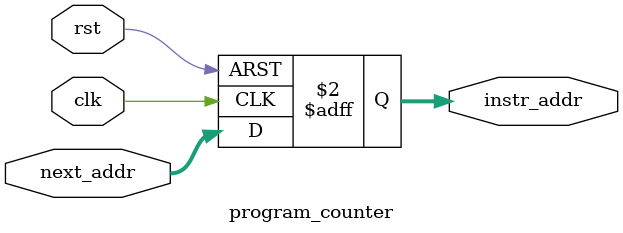
<source format=v>
`timescale 1ns / 1ps

module program_counter (
    input [31:0] next_addr,
    input clk, 
    input rst,
    output reg [31:0] instr_addr
);

    always @(posedge clk or posedge rst) begin
        if (rst) begin
            instr_addr <= -32'd1;  // start at the 1st address at instruction memory location 0
        end else begin
            instr_addr <= next_addr;     // Update the program counter with new address (may be PC + 1 or address computed by branch
        end
    end

endmodule
</source>
